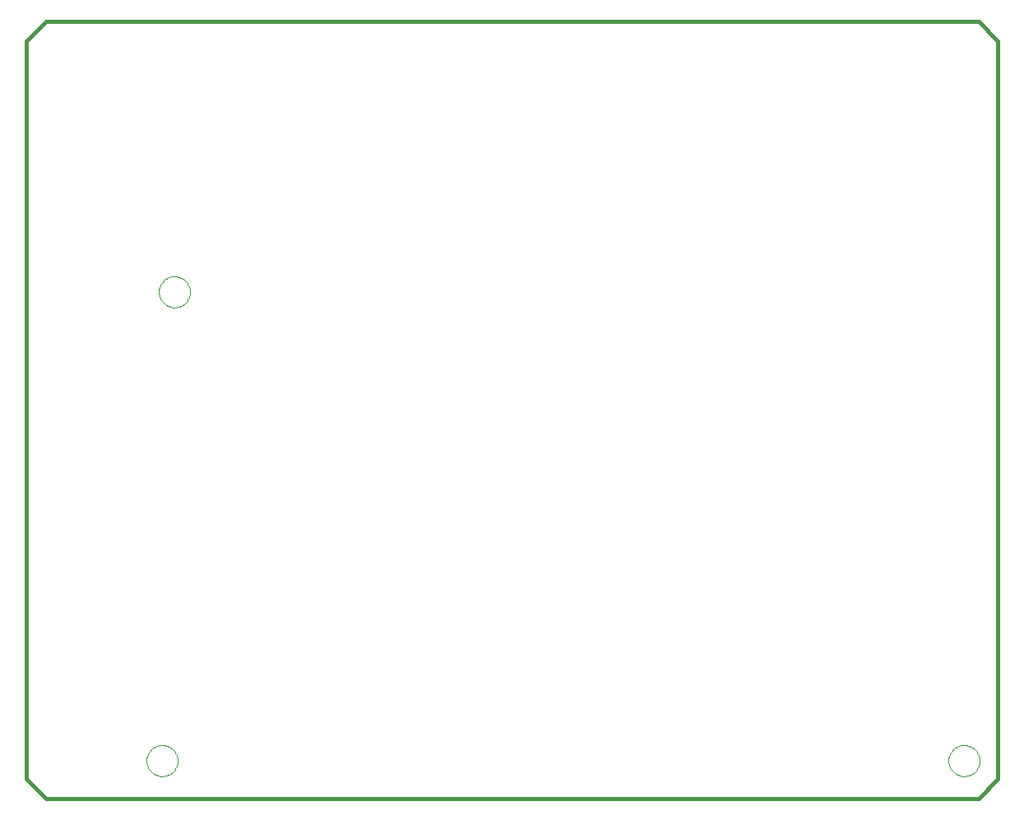
<source format=gbp>
G75*
G70*
%OFA0B0*%
%FSLAX24Y24*%
%IPPOS*%
%LPD*%
%AMOC8*
5,1,8,0,0,1.08239X$1,22.5*
%
%ADD10C,0.0160*%
%ADD11C,0.0000*%
D10*
X003160Y001147D02*
X003947Y000359D01*
X041743Y000359D01*
X042530Y001147D01*
X042530Y031068D01*
X041743Y031855D01*
X003947Y031855D01*
X003160Y031068D01*
X003160Y001147D01*
D11*
X008030Y001891D02*
X008032Y001941D01*
X008038Y001991D01*
X008048Y002040D01*
X008062Y002088D01*
X008079Y002135D01*
X008100Y002180D01*
X008125Y002224D01*
X008153Y002265D01*
X008185Y002304D01*
X008219Y002341D01*
X008256Y002375D01*
X008296Y002405D01*
X008338Y002432D01*
X008382Y002456D01*
X008428Y002477D01*
X008475Y002493D01*
X008523Y002506D01*
X008573Y002515D01*
X008622Y002520D01*
X008673Y002521D01*
X008723Y002518D01*
X008772Y002511D01*
X008821Y002500D01*
X008869Y002485D01*
X008915Y002467D01*
X008960Y002445D01*
X009003Y002419D01*
X009044Y002390D01*
X009083Y002358D01*
X009119Y002323D01*
X009151Y002285D01*
X009181Y002245D01*
X009208Y002202D01*
X009231Y002158D01*
X009250Y002112D01*
X009266Y002064D01*
X009278Y002015D01*
X009286Y001966D01*
X009290Y001916D01*
X009290Y001866D01*
X009286Y001816D01*
X009278Y001767D01*
X009266Y001718D01*
X009250Y001670D01*
X009231Y001624D01*
X009208Y001580D01*
X009181Y001537D01*
X009151Y001497D01*
X009119Y001459D01*
X009083Y001424D01*
X009044Y001392D01*
X009003Y001363D01*
X008960Y001337D01*
X008915Y001315D01*
X008869Y001297D01*
X008821Y001282D01*
X008772Y001271D01*
X008723Y001264D01*
X008673Y001261D01*
X008622Y001262D01*
X008573Y001267D01*
X008523Y001276D01*
X008475Y001289D01*
X008428Y001305D01*
X008382Y001326D01*
X008338Y001350D01*
X008296Y001377D01*
X008256Y001407D01*
X008219Y001441D01*
X008185Y001478D01*
X008153Y001517D01*
X008125Y001558D01*
X008100Y001602D01*
X008079Y001647D01*
X008062Y001694D01*
X008048Y001742D01*
X008038Y001791D01*
X008032Y001841D01*
X008030Y001891D01*
X008530Y020891D02*
X008532Y020941D01*
X008538Y020991D01*
X008548Y021040D01*
X008562Y021088D01*
X008579Y021135D01*
X008600Y021180D01*
X008625Y021224D01*
X008653Y021265D01*
X008685Y021304D01*
X008719Y021341D01*
X008756Y021375D01*
X008796Y021405D01*
X008838Y021432D01*
X008882Y021456D01*
X008928Y021477D01*
X008975Y021493D01*
X009023Y021506D01*
X009073Y021515D01*
X009122Y021520D01*
X009173Y021521D01*
X009223Y021518D01*
X009272Y021511D01*
X009321Y021500D01*
X009369Y021485D01*
X009415Y021467D01*
X009460Y021445D01*
X009503Y021419D01*
X009544Y021390D01*
X009583Y021358D01*
X009619Y021323D01*
X009651Y021285D01*
X009681Y021245D01*
X009708Y021202D01*
X009731Y021158D01*
X009750Y021112D01*
X009766Y021064D01*
X009778Y021015D01*
X009786Y020966D01*
X009790Y020916D01*
X009790Y020866D01*
X009786Y020816D01*
X009778Y020767D01*
X009766Y020718D01*
X009750Y020670D01*
X009731Y020624D01*
X009708Y020580D01*
X009681Y020537D01*
X009651Y020497D01*
X009619Y020459D01*
X009583Y020424D01*
X009544Y020392D01*
X009503Y020363D01*
X009460Y020337D01*
X009415Y020315D01*
X009369Y020297D01*
X009321Y020282D01*
X009272Y020271D01*
X009223Y020264D01*
X009173Y020261D01*
X009122Y020262D01*
X009073Y020267D01*
X009023Y020276D01*
X008975Y020289D01*
X008928Y020305D01*
X008882Y020326D01*
X008838Y020350D01*
X008796Y020377D01*
X008756Y020407D01*
X008719Y020441D01*
X008685Y020478D01*
X008653Y020517D01*
X008625Y020558D01*
X008600Y020602D01*
X008579Y020647D01*
X008562Y020694D01*
X008548Y020742D01*
X008538Y020791D01*
X008532Y020841D01*
X008530Y020891D01*
X040530Y001891D02*
X040532Y001941D01*
X040538Y001991D01*
X040548Y002040D01*
X040562Y002088D01*
X040579Y002135D01*
X040600Y002180D01*
X040625Y002224D01*
X040653Y002265D01*
X040685Y002304D01*
X040719Y002341D01*
X040756Y002375D01*
X040796Y002405D01*
X040838Y002432D01*
X040882Y002456D01*
X040928Y002477D01*
X040975Y002493D01*
X041023Y002506D01*
X041073Y002515D01*
X041122Y002520D01*
X041173Y002521D01*
X041223Y002518D01*
X041272Y002511D01*
X041321Y002500D01*
X041369Y002485D01*
X041415Y002467D01*
X041460Y002445D01*
X041503Y002419D01*
X041544Y002390D01*
X041583Y002358D01*
X041619Y002323D01*
X041651Y002285D01*
X041681Y002245D01*
X041708Y002202D01*
X041731Y002158D01*
X041750Y002112D01*
X041766Y002064D01*
X041778Y002015D01*
X041786Y001966D01*
X041790Y001916D01*
X041790Y001866D01*
X041786Y001816D01*
X041778Y001767D01*
X041766Y001718D01*
X041750Y001670D01*
X041731Y001624D01*
X041708Y001580D01*
X041681Y001537D01*
X041651Y001497D01*
X041619Y001459D01*
X041583Y001424D01*
X041544Y001392D01*
X041503Y001363D01*
X041460Y001337D01*
X041415Y001315D01*
X041369Y001297D01*
X041321Y001282D01*
X041272Y001271D01*
X041223Y001264D01*
X041173Y001261D01*
X041122Y001262D01*
X041073Y001267D01*
X041023Y001276D01*
X040975Y001289D01*
X040928Y001305D01*
X040882Y001326D01*
X040838Y001350D01*
X040796Y001377D01*
X040756Y001407D01*
X040719Y001441D01*
X040685Y001478D01*
X040653Y001517D01*
X040625Y001558D01*
X040600Y001602D01*
X040579Y001647D01*
X040562Y001694D01*
X040548Y001742D01*
X040538Y001791D01*
X040532Y001841D01*
X040530Y001891D01*
M02*

</source>
